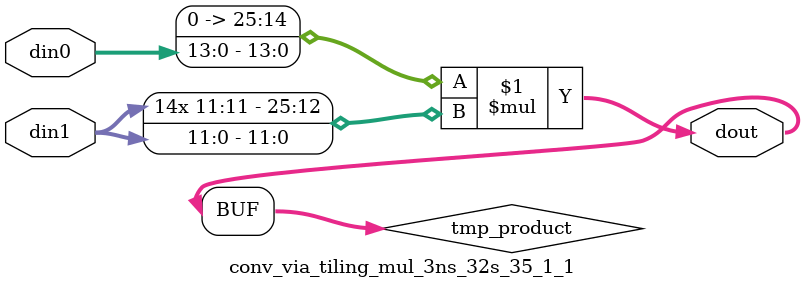
<source format=v>

`timescale 1 ns / 1 ps

 module conv_via_tiling_mul_3ns_32s_35_1_1(din0, din1, dout);
parameter ID = 1;
parameter NUM_STAGE = 0;
parameter din0_WIDTH = 14;
parameter din1_WIDTH = 12;
parameter dout_WIDTH = 26;

input [din0_WIDTH - 1 : 0] din0; 
input [din1_WIDTH - 1 : 0] din1; 
output [dout_WIDTH - 1 : 0] dout;

wire signed [dout_WIDTH - 1 : 0] tmp_product;

























assign tmp_product = $signed({1'b0, din0}) * $signed(din1);










assign dout = tmp_product;





















endmodule

</source>
